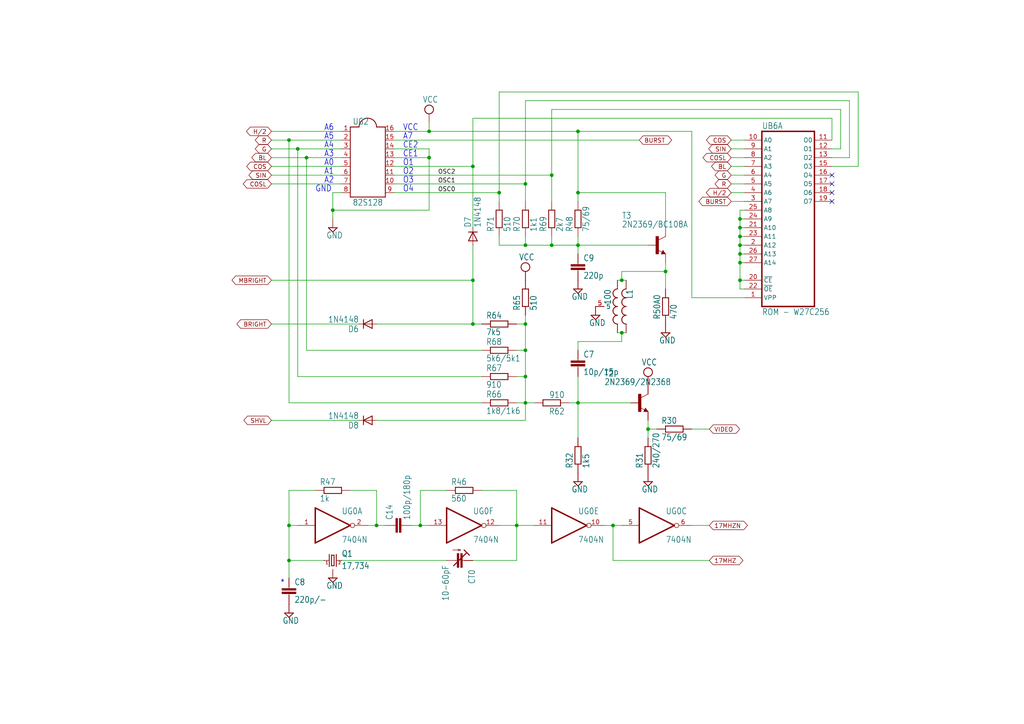
<source format=kicad_sch>
(kicad_sch (version 20230121) (generator eeschema)
  (paper "A4")
  (lib_symbols
    (symbol "HC2000:1N4148DO35-10"
      (property "Reference" "D" (at 2.54 0.4826 0))
      (property "Value" "1N4148DO35-10" (at 2.54 -2.3114 0))
      (symbol "1N4148DO35-10_1_0"
        (polyline (pts (xy -1.27 -1.27) (xy 1.27 0)) (stroke (width 0.254)))
        (polyline (pts (xy -1.27 1.27) (xy -1.27 -1.27)) (stroke (width 0.254)))
        (polyline (pts (xy 1.27 0) (xy -1.27 1.27)) (stroke (width 0.254)))
        (polyline (pts (xy 1.27 0) (xy 1.27 -1.27)) (stroke (width 0.254)))
        (polyline (pts (xy 1.27 1.27) (xy 1.27 0)) (stroke (width 0.254)))
        (pin passive line (at -2.54 0 0) (length 2.54) (name "A") (number "A"))
        (pin passive line (at 2.54 0 180) (length 2.54) (name "C") (number "C"))
      )
    )
    (symbol "HC2000:27256"
      (property "Reference" "IC" (at -0.635 -0.635 0))
      (symbol "27256_1_0"
        (polyline (pts (xy -10.16 -25.4) (xy 5.08 -25.4)) (stroke (width 0.4064)))
        (polyline (pts (xy -10.16 25.4) (xy -10.16 -25.4)) (stroke (width 0.4064)))
        (polyline (pts (xy 5.08 -25.4) (xy 5.08 25.4)) (stroke (width 0.4064)))
        (polyline (pts (xy 5.08 25.4) (xy -10.16 25.4)) (stroke (width 0.4064)))
        (pin input line (at -15.24 -22.86 0) (length 5.08) (name "VPP") (number "1"))
        (pin input line (at -15.24 22.86 0) (length 5.08) (name "A0") (number "10"))
        (pin tri_state line (at 10.16 22.86 180) (length 5.08) (name "O0") (number "11"))
        (pin tri_state line (at 10.16 20.32 180) (length 5.08) (name "O1") (number "12"))
        (pin tri_state line (at 10.16 17.78 180) (length 5.08) (name "O2") (number "13"))
        (pin tri_state line (at 10.16 15.24 180) (length 5.08) (name "O3") (number "15"))
        (pin tri_state line (at 10.16 12.7 180) (length 5.08) (name "O4") (number "16"))
        (pin tri_state line (at 10.16 10.16 180) (length 5.08) (name "O5") (number "17"))
        (pin tri_state line (at 10.16 7.62 180) (length 5.08) (name "O6") (number "18"))
        (pin tri_state line (at 10.16 5.08 180) (length 5.08) (name "O7") (number "19"))
        (pin input line (at -15.24 -7.62 0) (length 5.08) (name "A12") (number "2"))
        (pin input line (at -15.24 -17.78 0) (length 5.08) (name "~{CE}") (number "20"))
        (pin input line (at -15.24 -2.54 0) (length 5.08) (name "A10") (number "21"))
        (pin input line (at -15.24 -20.32 0) (length 5.08) (name "~{OE}") (number "22"))
        (pin input line (at -15.24 -5.08 0) (length 5.08) (name "A11") (number "23"))
        (pin input line (at -15.24 0 0) (length 5.08) (name "A9") (number "24"))
        (pin input line (at -15.24 2.54 0) (length 5.08) (name "A8") (number "25"))
        (pin input line (at -15.24 -10.16 0) (length 5.08) (name "A13") (number "26"))
        (pin input line (at -15.24 -12.7 0) (length 5.08) (name "A14") (number "27"))
        (pin input line (at -15.24 5.08 0) (length 5.08) (name "A7") (number "3"))
        (pin input line (at -15.24 7.62 0) (length 5.08) (name "A6") (number "4"))
        (pin input line (at -15.24 10.16 0) (length 5.08) (name "A5") (number "5"))
        (pin input line (at -15.24 12.7 0) (length 5.08) (name "A4") (number "6"))
        (pin input line (at -15.24 15.24 0) (length 5.08) (name "A3") (number "7"))
        (pin input line (at -15.24 17.78 0) (length 5.08) (name "A2") (number "8"))
        (pin input line (at -15.24 20.32 0) (length 5.08) (name "A1") (number "9"))
      )
      (symbol "27256_2_0"
        (text "GND" (at 1.905 -5.588 900) (effects (font (size 1.27 1.0795)) (justify left bottom)))
        (text "VCC" (at 1.905 2.413 900) (effects (font (size 1.27 1.0795)) (justify left bottom)))
        (pin power_in line (at 0 -7.62 90) (length 5.08) (name "GND") (number "14"))
        (pin power_in line (at 0 7.62 270) (length 5.08) (name "VCC") (number "28"))
      )
    )
    (symbol "HC2000:2N2369"
      (property "Reference" "Q" (at -10.16 7.62 0))
      (property "Value" "2N2369" (at -10.16 5.08 0))
      (symbol "2N2369_1_0"
        (rectangle (start -0.254 -2.54) (end 0.508 2.54) (fill (type outline)))
        (polyline (pts (xy 1.27 -2.54) (xy 1.778 -1.524)) (stroke (width 0.1524)))
        (polyline (pts (xy 1.524 -2.413) (xy 2.286 -2.413)) (stroke (width 0.254)))
        (polyline (pts (xy 1.524 -2.286) (xy 1.905 -2.286)) (stroke (width 0.254)))
        (polyline (pts (xy 1.54 -2.04) (xy 0.308 -1.424)) (stroke (width 0.1524)))
        (polyline (pts (xy 1.778 -1.778) (xy 1.524 -2.286)) (stroke (width 0.254)))
        (polyline (pts (xy 1.778 -1.524) (xy 2.54 -2.54)) (stroke (width 0.1524)))
        (polyline (pts (xy 1.905 -2.286) (xy 1.778 -2.032)) (stroke (width 0.254)))
        (polyline (pts (xy 2.286 -2.413) (xy 1.778 -1.778)) (stroke (width 0.254)))
        (polyline (pts (xy 2.54 -2.54) (xy 1.27 -2.54)) (stroke (width 0.1524)))
        (polyline (pts (xy 2.54 2.54) (xy 0.508 1.524)) (stroke (width 0.1524)))
        (pin passive line (at 2.54 -5.08 90) (length 2.54) (name "E") (number "1"))
        (pin passive line (at -2.54 0 0) (length 2.54) (name "B") (number "2"))
        (pin passive line (at 2.54 5.08 270) (length 2.54) (name "C") (number "3"))
      )
    )
    (symbol "HC2000:7404N"
      (property "Reference" "IC" (at -0.635 -0.635 0))
      (symbol "7404N_1_0"
        (polyline (pts (xy -5.08 -5.08) (xy -5.08 5.08)) (stroke (width 0.4064)))
        (polyline (pts (xy -5.08 5.08) (xy 5.08 0)) (stroke (width 0.4064)))
        (polyline (pts (xy 5.08 0) (xy -5.08 -5.08)) (stroke (width 0.4064)))
        (pin input line (at -10.16 0 0) (length 5.08) (name "I") (number "1"))
        (pin output inverted (at 10.16 0 180) (length 5.08) (name "O") (number "2"))
      )
      (symbol "7404N_2_0"
        (polyline (pts (xy -5.08 -5.08) (xy -5.08 5.08)) (stroke (width 0.4064)))
        (polyline (pts (xy -5.08 5.08) (xy 5.08 0)) (stroke (width 0.4064)))
        (polyline (pts (xy 5.08 0) (xy -5.08 -5.08)) (stroke (width 0.4064)))
        (pin input line (at -10.16 0 0) (length 5.08) (name "I") (number "3"))
        (pin output inverted (at 10.16 0 180) (length 5.08) (name "O") (number "4"))
      )
      (symbol "7404N_3_0"
        (polyline (pts (xy -5.08 -5.08) (xy -5.08 5.08)) (stroke (width 0.4064)))
        (polyline (pts (xy -5.08 5.08) (xy 5.08 0)) (stroke (width 0.4064)))
        (polyline (pts (xy 5.08 0) (xy -5.08 -5.08)) (stroke (width 0.4064)))
        (pin input line (at -10.16 0 0) (length 5.08) (name "I") (number "5"))
        (pin output inverted (at 10.16 0 180) (length 5.08) (name "O") (number "6"))
      )
      (symbol "7404N_4_0"
        (polyline (pts (xy -5.08 -5.08) (xy -5.08 5.08)) (stroke (width 0.4064)))
        (polyline (pts (xy -5.08 5.08) (xy 5.08 0)) (stroke (width 0.4064)))
        (polyline (pts (xy 5.08 0) (xy -5.08 -5.08)) (stroke (width 0.4064)))
        (pin output inverted (at 10.16 0 180) (length 5.08) (name "O") (number "8"))
        (pin input line (at -10.16 0 0) (length 5.08) (name "I") (number "9"))
      )
      (symbol "7404N_5_0"
        (polyline (pts (xy -5.08 -5.08) (xy -5.08 5.08)) (stroke (width 0.4064)))
        (polyline (pts (xy -5.08 5.08) (xy 5.08 0)) (stroke (width 0.4064)))
        (polyline (pts (xy 5.08 0) (xy -5.08 -5.08)) (stroke (width 0.4064)))
        (pin output inverted (at 10.16 0 180) (length 5.08) (name "O") (number "10"))
        (pin input line (at -10.16 0 0) (length 5.08) (name "I") (number "11"))
      )
      (symbol "7404N_6_0"
        (polyline (pts (xy -5.08 -5.08) (xy -5.08 5.08)) (stroke (width 0.4064)))
        (polyline (pts (xy -5.08 5.08) (xy 5.08 0)) (stroke (width 0.4064)))
        (polyline (pts (xy 5.08 0) (xy -5.08 -5.08)) (stroke (width 0.4064)))
        (pin output inverted (at 10.16 0 180) (length 5.08) (name "O") (number "12"))
        (pin input line (at -10.16 0 0) (length 5.08) (name "I") (number "13"))
      )
      (symbol "7404N_7_0"
        (text "GND" (at 1.905 -7.62 900) (effects (font (size 1.27 1.0795)) (justify left bottom)))
        (text "VCC" (at 1.905 5.08 900) (effects (font (size 1.27 1.0795)) (justify left bottom)))
        (pin power_in line (at 0 10.16 270) (length 7.62) (name "VCC") (number "14"))
        (pin power_in line (at 0 -10.16 90) (length 7.62) (name "GND") (number "7"))
      )
    )
    (symbol "HC2000:C-EU025-025X050"
      (property "Reference" "C" (at 1.524 0.381 0))
      (property "Value" "C-EU025-025X050" (at 1.524 -4.699 0))
      (symbol "C-EU025-025X050_1_0"
        (rectangle (start -2.032 -2.032) (end 2.032 -1.524) (fill (type outline)))
        (rectangle (start -2.032 -1.016) (end 2.032 -0.508) (fill (type outline)))
        (polyline (pts (xy 0 -2.54) (xy 0 -2.032)) (stroke (width 0.1524)))
        (polyline (pts (xy 0 0) (xy 0 -0.508)) (stroke (width 0.1524)))
        (pin passive line (at 0 2.54 270) (length 2.54) (name "1") (number "1"))
        (pin passive line (at 0 -5.08 90) (length 2.54) (name "2") (number "2"))
      )
    )
    (symbol "HC2000:C-TRIMM808"
      (property "Reference" "C" (at 1.524 0.381 0))
      (property "Value" "C-TRIMM808" (at 2.286 -5.207 0))
      (symbol "C-TRIMM808_1_0"
        (rectangle (start -2.032 -2.032) (end 2.032 -1.524) (fill (type outline)))
        (rectangle (start -2.032 -1.016) (end 2.032 -0.508) (fill (type outline)))
        (polyline (pts (xy -3.048 -3.302) (xy -3.048 -1.016)) (stroke (width 0.1524)))
        (polyline (pts (xy -3.048 -1.016) (xy -3.302 -1.778)) (stroke (width 0.1524)))
        (polyline (pts (xy -3.048 -1.016) (xy -2.794 -1.778)) (stroke (width 0.1524)))
        (polyline (pts (xy -3.048 0) (xy -2.286 0.762)) (stroke (width 0.3048)))
        (polyline (pts (xy -2.286 0.762) (xy -1.524 1.524)) (stroke (width 0.3048)))
        (polyline (pts (xy 0 -2.54) (xy 0 -2.032)) (stroke (width 0.1524)))
        (polyline (pts (xy 0 0) (xy 0 -0.508)) (stroke (width 0.1524)))
        (polyline (pts (xy 1.524 -3.048) (xy -2.286 0.762)) (stroke (width 0.3048)))
        (pin passive line (at 0 2.54 270) (length 2.54) (name "E") (number "1"))
        (pin passive line (at 0 -5.08 90) (length 2.54) (name "A") (number "2"))
        (pin passive line (at 0 2.54 270) (length 2.54) (name "E") (number "3"))
      )
    )
    (symbol "HC2000:CRYSTALHC18U-H"
      (property "Reference" "Q" (at 2.54 1.016 0))
      (property "Value" "CRYSTALHC18U-H" (at 2.54 -2.54 0))
      (symbol "CRYSTALHC18U-H_1_0"
        (polyline (pts (xy -2.54 0) (xy -1.016 0)) (stroke (width 0.1524)))
        (polyline (pts (xy -1.016 1.778) (xy -1.016 -1.778)) (stroke (width 0.254)))
        (polyline (pts (xy -0.381 -1.524) (xy 0.381 -1.524)) (stroke (width 0.254)))
        (polyline (pts (xy -0.381 1.524) (xy -0.381 -1.524)) (stroke (width 0.254)))
        (polyline (pts (xy 0.381 -1.524) (xy 0.381 1.524)) (stroke (width 0.254)))
        (polyline (pts (xy 0.381 1.524) (xy -0.381 1.524)) (stroke (width 0.254)))
        (polyline (pts (xy 1.016 0) (xy 2.54 0)) (stroke (width 0.1524)))
        (polyline (pts (xy 1.016 1.778) (xy 1.016 -1.778)) (stroke (width 0.254)))
        (text "1" (at -2.159 -1.143 0) (effects (font (size 0.8636 0.734)) (justify left bottom)))
        (text "2" (at 1.524 -1.143 0) (effects (font (size 0.8636 0.734)) (justify left bottom)))
        (pin passive line (at -2.54 0 0) (length 0) (name "1") (number "1"))
        (pin passive line (at 2.54 0 180) (length 0) (name "2") (number "2"))
        (pin passive line (at 0 -2.54 90) (length 2.54) hide (name "GND") (number "GND"))
      )
    )
    (symbol "HC2000:DIL16"
      (property "Reference" "IC" (at -4.445 9.525 0))
      (property "Value" "DIL16" (at -4.445 -13.97 0))
      (symbol "DIL16_1_0"
        (polyline (pts (xy -5.08 -11.43) (xy 5.08 -11.43)) (stroke (width 0.254)))
        (polyline (pts (xy -5.08 8.89) (xy -5.08 -11.43)) (stroke (width 0.254)))
        (polyline (pts (xy -5.08 8.89) (xy -2.54 8.89)) (stroke (width 0.254)))
        (polyline (pts (xy 5.08 -11.43) (xy 5.08 8.89)) (stroke (width 0.254)))
        (polyline (pts (xy 5.08 8.89) (xy 2.54 8.89)) (stroke (width 0.254)))
        (arc (start 2.54 8.89) (mid 0 11.419) (end -2.54 8.89) (stroke (width 0.254)))
        (pin passive line (at -7.62 7.62 0) (length 2.54) (name "1") (number "1"))
        (pin passive line (at 7.62 -7.62 180) (length 2.54) (name "10") (number "10"))
        (pin passive line (at 7.62 -5.08 180) (length 2.54) (name "11") (number "11"))
        (pin passive line (at 7.62 -2.54 180) (length 2.54) (name "12") (number "12"))
        (pin passive line (at 7.62 0 180) (length 2.54) (name "13") (number "13"))
        (pin passive line (at 7.62 2.54 180) (length 2.54) (name "14") (number "14"))
        (pin passive line (at 7.62 5.08 180) (length 2.54) (name "15") (number "15"))
        (pin passive line (at 7.62 7.62 180) (length 2.54) (name "16") (number "16"))
        (pin passive line (at -7.62 5.08 0) (length 2.54) (name "2") (number "2"))
        (pin passive line (at -7.62 2.54 0) (length 2.54) (name "3") (number "3"))
        (pin passive line (at -7.62 0 0) (length 2.54) (name "4") (number "4"))
        (pin passive line (at -7.62 -2.54 0) (length 2.54) (name "5") (number "5"))
        (pin passive line (at -7.62 -5.08 0) (length 2.54) (name "6") (number "6"))
        (pin passive line (at -7.62 -7.62 0) (length 2.54) (name "7") (number "7"))
        (pin passive line (at -7.62 -10.16 0) (length 2.54) (name "8") (number "8"))
        (pin passive line (at 7.62 -10.16 180) (length 2.54) (name "9") (number "9"))
      )
    )
    (symbol "HC2000:GND" (power)
      (property "Value" "GND" (at -1.905 -3.175 0))
      (symbol "GND_1_0"
        (polyline (pts (xy -1.27 0) (xy 1.27 0)) (stroke (width 0.254)))
        (polyline (pts (xy 0 -1.27) (xy -1.27 0)) (stroke (width 0.254)))
        (polyline (pts (xy 1.27 0) (xy 0 -1.27)) (stroke (width 0.254)))
        (pin power_in line (at 0 2.54 270) (length 2.54) (name "GND") (number "1"))
      )
    )
    (symbol "HC2000:L-USPIS2816"
      (property "Reference" "L" (at -1.27 -5.08 90))
      (property "Value" "L-USPIS2816" (at 5.08 -5.08 90))
      (symbol "L-USPIS2816_1_0"
        (arc (start -1.2699 -5.0801) (mid -0.3719 -4.7081) (end 0.0001 -3.8101) (stroke (width 0.254)))
        (arc (start -1.2699 -2.5401) (mid -0.3719 -2.1681) (end 0.0001 -1.2701) (stroke (width 0.254)))
        (arc (start -1.2699 -0.0001) (mid -0.3719 0.3719) (end 0.0001 1.2699) (stroke (width 0.254)))
        (arc (start -1.2699 2.5399) (mid -0.3719 2.9119) (end 0.0001 3.8099) (stroke (width 0.254)))
        (arc (start 0.0001 -3.8099) (mid -0.3719 -2.9119) (end -1.2699 -2.5399) (stroke (width 0.254)))
        (arc (start 0.0001 -1.2699) (mid -0.3719 -0.3719) (end -1.2699 0.0001) (stroke (width 0.254)))
        (arc (start 0.0001 1.2701) (mid -0.3719 2.1681) (end -1.2699 2.5401) (stroke (width 0.254)))
        (arc (start 0.0001 3.8101) (mid -0.3719 4.7081) (end -1.2699 5.0801) (stroke (width 0.254)))
        (arc (start 1.27 -5.08) (mid 2.168 -4.708) (end 2.54 -3.81) (stroke (width 0.254)))
        (arc (start 1.27 -2.54) (mid 2.168 -2.168) (end 2.54 -1.27) (stroke (width 0.254)))
        (arc (start 1.2701 -0.0001) (mid 2.1681 0.3719) (end 2.5401 1.2699) (stroke (width 0.254)))
        (arc (start 1.27 2.54) (mid 2.168 2.912) (end 2.54 3.81) (stroke (width 0.254)))
        (arc (start 2.54 -3.81) (mid 2.168 -2.912) (end 1.27 -2.54) (stroke (width 0.254)))
        (arc (start 2.54 -1.27) (mid 2.168 -0.372) (end 1.27 0) (stroke (width 0.254)))
        (arc (start 2.54 1.27) (mid 2.168 2.168) (end 1.27 2.54) (stroke (width 0.254)))
        (arc (start 2.54 3.81) (mid 2.168 4.708) (end 1.27 5.08) (stroke (width 0.254)))
        (pin passive line (at 1.27 7.62 270) (length 2.54) (name "1") (number "1"))
        (pin passive line (at 1.27 -7.62 90) (length 2.54) (name "2") (number "2"))
        (pin passive line (at -1.27 -7.62 90) (length 2.54) (name "3") (number "3"))
        (pin passive line (at -1.27 7.62 270) (length 2.54) (name "4") (number "4"))
        (pin passive line (at 7.62 0 180) (length 2.54) (name "5") (number "5"))
      )
    )
    (symbol "HC2000:R-EU_0204{slash}7"
      (property "Reference" "R" (at -3.81 1.4986 0))
      (property "Value" "R-EU_0204{slash}7" (at -3.81 -3.302 0))
      (symbol "R-EU_0204{slash}7_1_0"
        (polyline (pts (xy -2.54 -0.889) (xy -2.54 0.889)) (stroke (width 0.254)))
        (polyline (pts (xy -2.54 -0.889) (xy 2.54 -0.889)) (stroke (width 0.254)))
        (polyline (pts (xy 2.54 -0.889) (xy 2.54 0.889)) (stroke (width 0.254)))
        (polyline (pts (xy 2.54 0.889) (xy -2.54 0.889)) (stroke (width 0.254)))
        (pin passive line (at -5.08 0 0) (length 2.54) (name "1") (number "1"))
        (pin passive line (at 5.08 0 180) (length 2.54) (name "2") (number "2"))
      )
    )
    (symbol "HC2000:VCC" (power)
      (property "Value" "VCC" (at -1.905 3.175 0))
      (symbol "VCC_1_0"
        (circle (center 0 1.27) (radius 1.27) (stroke (width 0.254)))
        (pin power_in line (at 0 -2.54 90) (length 2.54) (name "VCC") (number "1"))
      )
    )
  )
  (junction (at 214.63 66.04))
  (junction (at 152.4 101.6))
  (junction (at 193.04 78.74))
  (junction (at 152.4 116.84))
  (junction (at 187.96 124.46))
  (junction (at 144.78 55.88))
  (junction (at 167.64 71.12))
  (junction (at 137.16 48.26))
  (junction (at 149.86 152.4))
  (junction (at 214.63 68.58))
  (junction (at 83.82 152.4))
  (junction (at 167.64 38.1))
  (junction (at 177.8 152.4))
  (junction (at 214.63 76.2))
  (junction (at 214.63 81.28))
  (junction (at 88.9 45.72))
  (junction (at 86.36 43.18))
  (junction (at 137.16 93.98))
  (junction (at 152.4 71.12))
  (junction (at 83.82 40.64))
  (junction (at 214.63 63.5))
  (junction (at 160.02 71.12))
  (junction (at 167.64 55.88))
  (junction (at 180.34 96.52))
  (junction (at 152.4 53.34))
  (junction (at 167.64 116.84))
  (junction (at 214.63 73.66))
  (junction (at 160.02 50.8))
  (junction (at 152.4 109.22))
  (junction (at 137.16 81.28))
  (junction (at 83.82 162.56))
  (junction (at 109.22 152.4))
  (junction (at 152.4 93.98))
  (junction (at 124.46 38.1))
  (junction (at 180.34 81.28))
  (junction (at 121.92 152.4))
  (junction (at 214.63 71.12))
  (junction (at 124.46 45.72))
  (junction (at 96.52 60.96))
  (no_connect (at 241.3 50.8))
  (no_connect (at 241.3 58.42))
  (no_connect (at 241.3 55.88))
  (no_connect (at 241.3 53.34))
  (wire (pts (xy 243.84 31.75) (xy 160.02 31.75)))
  (wire (pts (xy 215.9 63.5) (xy 214.63 63.5)))
  (wire (pts (xy 114.3 50.8) (xy 160.02 50.8)))
  (wire (pts (xy 179.07 96.52) (xy 180.34 96.52)))
  (wire (pts (xy 200.66 86.36) (xy 200.66 38.1)))
  (wire (pts (xy 212.09 43.18) (xy 215.9 43.18)))
  (wire (pts (xy 139.7 93.98) (xy 137.16 93.98)))
  (wire (pts (xy 187.96 71.12) (xy 167.64 71.12)))
  (wire (pts (xy 154.94 116.84) (xy 152.4 116.84)))
  (wire (pts (xy 139.7 109.22) (xy 86.36 109.22)))
  (wire (pts (xy 78.74 121.92) (xy 104.14 121.92)))
  (wire (pts (xy 215.9 68.58) (xy 214.63 68.58)))
  (wire (pts (xy 78.74 48.26) (xy 99.06 48.26)))
  (wire (pts (xy 185.42 40.64) (xy 114.3 40.64)))
  (wire (pts (xy 149.86 142.24) (xy 149.86 152.4)))
  (wire (pts (xy 214.63 83.82) (xy 214.63 81.28)))
  (wire (pts (xy 167.64 116.84) (xy 182.88 116.84)))
  (wire (pts (xy 86.36 43.18) (xy 99.06 43.18)))
  (wire (pts (xy 149.86 101.6) (xy 152.4 101.6)))
  (wire (pts (xy 109.22 152.4) (xy 106.68 152.4)))
  (wire (pts (xy 215.9 83.82) (xy 214.63 83.82)))
  (wire (pts (xy 137.16 162.56) (xy 149.86 162.56)))
  (wire (pts (xy 180.34 81.28) (xy 181.61 81.28)))
  (wire (pts (xy 214.63 68.58) (xy 214.63 71.12)))
  (wire (pts (xy 180.34 96.52) (xy 181.61 96.52)))
  (wire (pts (xy 149.86 162.56) (xy 149.86 152.4)))
  (wire (pts (xy 165.1 116.84) (xy 167.64 116.84)))
  (wire (pts (xy 137.16 93.98) (xy 109.22 93.98)))
  (wire (pts (xy 119.38 152.4) (xy 121.92 152.4)))
  (wire (pts (xy 212.09 48.26) (xy 215.9 48.26)))
  (wire (pts (xy 93.98 162.56) (xy 83.82 162.56)))
  (wire (pts (xy 215.9 86.36) (xy 200.66 86.36)))
  (wire (pts (xy 83.82 142.24) (xy 91.44 142.24)))
  (wire (pts (xy 152.4 109.22) (xy 152.4 116.84)))
  (wire (pts (xy 214.63 60.96) (xy 214.63 63.5)))
  (wire (pts (xy 149.86 152.4) (xy 144.78 152.4)))
  (wire (pts (xy 193.04 83.82) (xy 193.04 78.74)))
  (wire (pts (xy 190.5 124.46) (xy 187.96 124.46)))
  (wire (pts (xy 139.7 101.6) (xy 88.9 101.6)))
  (wire (pts (xy 160.02 31.75) (xy 160.02 50.8)))
  (wire (pts (xy 109.22 121.92) (xy 152.4 121.92)))
  (wire (pts (xy 215.9 76.2) (xy 214.63 76.2)))
  (wire (pts (xy 78.74 45.72) (xy 88.9 45.72)))
  (wire (pts (xy 215.9 60.96) (xy 214.63 60.96)))
  (wire (pts (xy 149.86 93.98) (xy 152.4 93.98)))
  (wire (pts (xy 88.9 45.72) (xy 99.06 45.72)))
  (wire (pts (xy 137.16 34.29) (xy 137.16 48.26)))
  (wire (pts (xy 137.16 81.28) (xy 137.16 93.98)))
  (wire (pts (xy 78.74 40.64) (xy 83.82 40.64)))
  (wire (pts (xy 215.9 81.28) (xy 214.63 81.28)))
  (wire (pts (xy 96.52 63.5) (xy 96.52 60.96)))
  (wire (pts (xy 167.64 73.66) (xy 167.64 71.12)))
  (wire (pts (xy 248.92 48.26) (xy 248.92 26.67)))
  (wire (pts (xy 88.9 101.6) (xy 88.9 45.72)))
  (wire (pts (xy 83.82 40.64) (xy 99.06 40.64)))
  (wire (pts (xy 114.3 43.18) (xy 124.46 43.18)))
  (wire (pts (xy 137.16 48.26) (xy 137.16 66.04)))
  (wire (pts (xy 167.64 109.22) (xy 167.64 116.84)))
  (wire (pts (xy 124.46 45.72) (xy 124.46 60.96)))
  (wire (pts (xy 167.64 55.88) (xy 167.64 58.42)))
  (wire (pts (xy 241.3 48.26) (xy 248.92 48.26)))
  (wire (pts (xy 214.63 71.12) (xy 214.63 73.66)))
  (wire (pts (xy 78.74 43.18) (xy 86.36 43.18)))
  (wire (pts (xy 124.46 60.96) (xy 96.52 60.96)))
  (wire (pts (xy 187.96 127) (xy 187.96 124.46)))
  (wire (pts (xy 241.3 45.72) (xy 246.38 45.72)))
  (wire (pts (xy 205.74 124.46) (xy 200.66 124.46)))
  (wire (pts (xy 243.84 43.18) (xy 243.84 31.75)))
  (wire (pts (xy 83.82 152.4) (xy 83.82 142.24)))
  (wire (pts (xy 124.46 38.1) (xy 124.46 35.56)))
  (wire (pts (xy 215.9 66.04) (xy 214.63 66.04)))
  (wire (pts (xy 193.04 78.74) (xy 180.34 78.74)))
  (wire (pts (xy 83.82 116.84) (xy 83.82 40.64)))
  (wire (pts (xy 83.82 167.64) (xy 83.82 162.56)))
  (wire (pts (xy 193.04 76.2) (xy 193.04 78.74)))
  (wire (pts (xy 212.09 40.64) (xy 215.9 40.64)))
  (wire (pts (xy 214.63 76.2) (xy 214.63 73.66)))
  (wire (pts (xy 152.4 93.98) (xy 152.4 101.6)))
  (wire (pts (xy 205.74 152.4) (xy 200.66 152.4)))
  (wire (pts (xy 212.09 55.88) (xy 215.9 55.88)))
  (wire (pts (xy 167.64 127) (xy 167.64 116.84)))
  (wire (pts (xy 152.4 116.84) (xy 149.86 116.84)))
  (wire (pts (xy 144.78 55.88) (xy 114.3 55.88)))
  (wire (pts (xy 78.74 53.34) (xy 99.06 53.34)))
  (wire (pts (xy 114.3 45.72) (xy 124.46 45.72)))
  (wire (pts (xy 78.74 81.28) (xy 137.16 81.28)))
  (wire (pts (xy 241.3 43.18) (xy 243.84 43.18)))
  (wire (pts (xy 86.36 152.4) (xy 83.82 152.4)))
  (wire (pts (xy 160.02 68.58) (xy 160.02 71.12)))
  (wire (pts (xy 96.52 55.88) (xy 99.06 55.88)))
  (wire (pts (xy 152.4 71.12) (xy 152.4 68.58)))
  (wire (pts (xy 149.86 109.22) (xy 152.4 109.22)))
  (wire (pts (xy 99.06 162.56) (xy 129.54 162.56)))
  (wire (pts (xy 78.74 50.8) (xy 99.06 50.8)))
  (wire (pts (xy 214.63 73.66) (xy 215.9 73.66)))
  (wire (pts (xy 152.4 58.42) (xy 152.4 53.34)))
  (wire (pts (xy 205.74 162.56) (xy 177.8 162.56)))
  (wire (pts (xy 124.46 38.1) (xy 167.64 38.1)))
  (wire (pts (xy 114.3 48.26) (xy 137.16 48.26)))
  (wire (pts (xy 177.8 152.4) (xy 175.26 152.4)))
  (wire (pts (xy 139.7 142.24) (xy 149.86 142.24)))
  (wire (pts (xy 152.4 121.92) (xy 152.4 116.84)))
  (wire (pts (xy 124.46 152.4) (xy 121.92 152.4)))
  (wire (pts (xy 212.09 58.42) (xy 215.9 58.42)))
  (wire (pts (xy 101.6 142.24) (xy 109.22 142.24)))
  (wire (pts (xy 160.02 71.12) (xy 152.4 71.12)))
  (wire (pts (xy 180.34 99.06) (xy 180.34 96.52)))
  (wire (pts (xy 96.52 60.96) (xy 96.52 55.88)))
  (wire (pts (xy 241.3 34.29) (xy 137.16 34.29)))
  (wire (pts (xy 167.64 71.12) (xy 160.02 71.12)))
  (wire (pts (xy 200.66 38.1) (xy 167.64 38.1)))
  (wire (pts (xy 154.94 152.4) (xy 149.86 152.4)))
  (wire (pts (xy 137.16 71.12) (xy 137.16 81.28)))
  (wire (pts (xy 241.3 40.64) (xy 241.3 34.29)))
  (wire (pts (xy 167.64 38.1) (xy 167.64 55.88)))
  (wire (pts (xy 180.34 78.74) (xy 180.34 81.28)))
  (wire (pts (xy 167.64 68.58) (xy 167.64 71.12)))
  (wire (pts (xy 152.4 101.6) (xy 152.4 109.22)))
  (wire (pts (xy 78.74 38.1) (xy 99.06 38.1)))
  (wire (pts (xy 121.92 152.4) (xy 121.92 142.24)))
  (wire (pts (xy 139.7 116.84) (xy 83.82 116.84)))
  (wire (pts (xy 212.09 50.8) (xy 215.9 50.8)))
  (wire (pts (xy 180.34 152.4) (xy 177.8 152.4)))
  (wire (pts (xy 111.76 152.4) (xy 109.22 152.4)))
  (wire (pts (xy 248.92 26.67) (xy 144.78 26.67)))
  (wire (pts (xy 144.78 68.58) (xy 144.78 71.12)))
  (wire (pts (xy 167.64 101.6) (xy 167.64 99.06)))
  (wire (pts (xy 114.3 38.1) (xy 124.46 38.1)))
  (wire (pts (xy 167.64 99.06) (xy 180.34 99.06)))
  (wire (pts (xy 193.04 55.88) (xy 167.64 55.88)))
  (wire (pts (xy 104.14 93.98) (xy 78.74 93.98)))
  (wire (pts (xy 214.63 81.28) (xy 214.63 76.2)))
  (wire (pts (xy 86.36 109.22) (xy 86.36 43.18)))
  (wire (pts (xy 152.4 29.21) (xy 152.4 53.34)))
  (wire (pts (xy 212.09 53.34) (xy 215.9 53.34)))
  (wire (pts (xy 215.9 71.12) (xy 214.63 71.12)))
  (wire (pts (xy 193.04 66.04) (xy 193.04 55.88)))
  (wire (pts (xy 179.07 81.28) (xy 180.34 81.28)))
  (wire (pts (xy 214.63 66.04) (xy 214.63 68.58)))
  (wire (pts (xy 109.22 142.24) (xy 109.22 152.4)))
  (wire (pts (xy 160.02 50.8) (xy 160.02 58.42)))
  (wire (pts (xy 187.96 124.46) (xy 187.96 121.92)))
  (wire (pts (xy 152.4 53.34) (xy 114.3 53.34)))
  (wire (pts (xy 144.78 55.88) (xy 144.78 58.42)))
  (wire (pts (xy 212.09 45.72) (xy 215.9 45.72)))
  (wire (pts (xy 144.78 71.12) (xy 152.4 71.12)))
  (wire (pts (xy 144.78 26.67) (xy 144.78 55.88)))
  (wire (pts (xy 246.38 45.72) (xy 246.38 29.21)))
  (wire (pts (xy 152.4 91.44) (xy 152.4 93.98)))
  (wire (pts (xy 246.38 29.21) (xy 152.4 29.21)))
  (wire (pts (xy 121.92 142.24) (xy 129.54 142.24)))
  (wire (pts (xy 177.8 162.56) (xy 177.8 152.4)))
  (wire (pts (xy 214.63 63.5) (xy 214.63 66.04)))
  (wire (pts (xy 124.46 43.18) (xy 124.46 45.72)))
  (wire (pts (xy 83.82 162.56) (xy 83.82 152.4)))
  (text "A1" (at 93.98 50.8 0) (effects (font (size 1.778 1.5113)) (justify left bottom)))
  (text "A2" (at 93.98 53.34 0) (effects (font (size 1.778 1.5113)) (justify left bottom)))
  (text "A5" (at 93.98 40.64 0) (effects (font (size 1.778 1.5113)) (justify left bottom)))
  (text "A0" (at 93.98 48.26 0) (effects (font (size 1.778 1.5113)) (justify left bottom)))
  (text "O2" (at 116.84 50.8 0) (effects (font (size 1.778 1.5113)) (justify left bottom)))
  (text "VCC" (at 116.84 38.1 0) (effects (font (size 1.778 1.5113)) (justify left bottom)))
  (text "CE2" (at 116.84 43.18 0) (effects (font (size 1.778 1.5113)) (justify left bottom)))
  (text "A7" (at 116.84 40.64 0) (effects (font (size 1.778 1.5113)) (justify left bottom)))
  (text "A4" (at 93.98 43.18 0) (effects (font (size 1.778 1.5113)) (justify left bottom)))
  (text "A3" (at 93.98 45.72 0) (effects (font (size 1.778 1.5113)) (justify left bottom)))
  (text "*" (at 81.28 170.18 0) (effects (font (size 1.778 1.5113)) (justify left bottom)))
  (text "O3" (at 116.84 53.34 0) (effects (font (size 1.778 1.5113)) (justify left bottom)))
  (text "O1" (at 116.84 48.26 0) (effects (font (size 1.778 1.5113)) (justify left bottom)))
  (text "GND" (at 91.44 55.88 0) (effects (font (size 1.778 1.5113)) (justify left bottom)))
  (text "O4" (at 116.84 55.88 0) (effects (font (size 1.778 1.5113)) (justify left bottom)))
  (text "CE1" (at 116.84 45.72 0) (effects (font (size 1.778 1.5113)) (justify left bottom)))
  (text "A6" (at 93.98 38.1 0) (effects (font (size 1.778 1.5113)) (justify left bottom)))
  (label "OSC2" (at 127 50.8 0) (effects (font (size 1.2446 1.2446))))
  (label "OSC0" (at 127 55.88 0) (effects (font (size 1.2446 1.2446))))
  (label "OSC1" (at 127 53.34 0) (effects (font (size 1.2446 1.2446))))
  (global_label "COS" (shape bidirectional) (at 78.74 48.26 180) (effects (font (size 1.2446 1.2446))) (property "Intersheetrefs" "${INTERSHEET_REFS}" (effects hide)))
  (global_label "COS" (shape bidirectional) (at 212.09 40.64 180) (effects (font (size 1.2446 1.2446))) (property "Intersheetrefs" "${INTERSHEET_REFS}" (effects hide)))
  (global_label "SIN" (shape bidirectional) (at 212.09 43.18 180) (effects (font (size 1.2446 1.2446))) (property "Intersheetrefs" "${INTERSHEET_REFS}" (effects hide)))
  (global_label "BL" (shape bidirectional) (at 78.74 45.72 180) (effects (font (size 1.2446 1.2446))) (property "Intersheetrefs" "${INTERSHEET_REFS}" (effects hide)))
  (global_label "BL" (shape bidirectional) (at 212.09 48.26 180) (effects (font (size 1.2446 1.2446))) (property "Intersheetrefs" "${INTERSHEET_REFS}" (effects hide)))
  (global_label "SIN" (shape bidirectional) (at 78.74 50.8 180) (effects (font (size 1.2446 1.2446))) (property "Intersheetrefs" "${INTERSHEET_REFS}" (effects hide)))
  (global_label "SHVL" (shape bidirectional) (at 78.74 121.92 180) (effects (font (size 1.2446 1.2446))) (property "Intersheetrefs" "${INTERSHEET_REFS}" (effects hide)))
  (global_label "H/2" (shape bidirectional) (at 78.74 38.1 180) (effects (font (size 1.2446 1.2446))) (property "Intersheetrefs" "${INTERSHEET_REFS}" (effects hide)))
  (global_label "R" (shape bidirectional) (at 212.09 53.34 180) (effects (font (size 1.2446 1.2446))) (property "Intersheetrefs" "${INTERSHEET_REFS}" (effects hide)))
  (global_label "MBRIGHT" (shape bidirectional) (at 78.74 81.28 180) (effects (font (size 1.2446 1.2446))) (property "Intersheetrefs" "${INTERSHEET_REFS}" (effects hide)))
  (global_label "G" (shape bidirectional) (at 212.09 50.8 180) (effects (font (size 1.2446 1.2446))) (property "Intersheetrefs" "${INTERSHEET_REFS}" (effects hide)))
  (global_label "17MHZN" (shape bidirectional) (at 205.74 152.4 0) (effects (font (size 1.2446 1.2446))) (property "Intersheetrefs" "${INTERSHEET_REFS}" (effects hide)))
  (global_label "17MHZ" (shape bidirectional) (at 205.74 162.56 0) (effects (font (size 1.2446 1.2446))) (property "Intersheetrefs" "${INTERSHEET_REFS}" (effects hide)))
  (global_label "G" (shape bidirectional) (at 78.74 43.18 180) (effects (font (size 1.2446 1.2446))) (property "Intersheetrefs" "${INTERSHEET_REFS}" (effects hide)))
  (global_label "BRIGHT" (shape bidirectional) (at 78.74 93.98 180) (effects (font (size 1.2446 1.2446))) (property "Intersheetrefs" "${INTERSHEET_REFS}" (effects hide)))
  (global_label "BURST" (shape bidirectional) (at 212.09 58.42 180) (effects (font (size 1.2446 1.2446))) (property "Intersheetrefs" "${INTERSHEET_REFS}" (effects hide)))
  (global_label "R" (shape bidirectional) (at 78.74 40.64 180) (effects (font (size 1.2446 1.2446))) (property "Intersheetrefs" "${INTERSHEET_REFS}" (effects hide)))
  (global_label "COSL" (shape bidirectional) (at 212.09 45.72 180) (effects (font (size 1.2446 1.2446))) (property "Intersheetrefs" "${INTERSHEET_REFS}" (effects hide)))
  (global_label "H/2" (shape bidirectional) (at 212.09 55.88 180) (effects (font (size 1.2446 1.2446))) (property "Intersheetrefs" "${INTERSHEET_REFS}" (effects hide)))
  (global_label "VIDEO" (shape bidirectional) (at 205.74 124.46 0) (effects (font (size 1.2446 1.2446))) (property "Intersheetrefs" "${INTERSHEET_REFS}" (effects hide)))
  (global_label "COSL" (shape bidirectional) (at 78.74 53.34 180) (effects (font (size 1.2446 1.2446))) (property "Intersheetrefs" "${INTERSHEET_REFS}" (effects hide)))
  (global_label "BURST" (shape bidirectional) (at 185.42 40.64 0) (effects (font (size 1.2446 1.2446))) (property "Intersheetrefs" "${INTERSHEET_REFS}" (effects hide)))
  (symbol (lib_id "HC2000:R-EU_0204{slash}7") (at 187.96 132.08 90) (unit 1)
    (property "Reference" "R31" (at 186.4614 135.89 0) (effects (font (size 1.778 1.5113)) (justify left bottom)))
    (property "Value" "240/270" (at 191.262 135.89 0) (effects (font (size 1.778 1.5113)) (justify left bottom)))
    (property "Footprint" "HC2000:0204_7" (effects hide))
  )
  (symbol (lib_id "HC2000:C-EU025-025X050") (at 114.3 152.4 90) (unit 1)
    (property "Reference" "C14" (at 113.919 150.876 0) (effects (font (size 1.778 1.5113)) (justify left bottom)))
    (property "Value" "100p/180p" (at 118.999 150.876 0) (effects (font (size 1.778 1.5113)) (justify left bottom)))
    (property "Footprint" "HC2000:C025-030X050" (effects hide))
  )
  (symbol (lib_id "HC2000:R-EU_0204{slash}7") (at 152.4 63.5 90) (unit 1)
    (property "Reference" "R70" (at 150.9014 67.31 0) (effects (font (size 1.778 1.5113)) (justify left bottom)))
    (property "Value" "1k1" (at 155.702 67.31 0) (effects (font (size 1.778 1.5113)) (justify left bottom)))
    (property "Footprint" "HC2000:0204_7" (effects hide))
  )
  (symbol (lib_id "HC2000:GND") (at 96.52 66.04 0) (unit 1)
    (property "Reference" "#SUPPLY039" (effects hide))
    (property "Value" "GND" (at 94.615 69.215 0) (effects (font (size 1.778 1.5113)) (justify left bottom)))
    (property "Footprint" "HC2000:" (effects hide))
  )
  (symbol (lib_id "HC2000:R-EU_0204{slash}7") (at 144.78 63.5 90) (unit 1)
    (property "Reference" "R71" (at 143.2814 67.31 0) (effects (font (size 1.778 1.5113)) (justify left bottom)))
    (property "Value" "510" (at 148.082 67.31 0) (effects (font (size 1.778 1.5113)) (justify left bottom)))
    (property "Footprint" "HC2000:0204_7" (effects hide))
  )
  (symbol (lib_id "HC2000:2N2369") (at 185.42 116.84 0) (unit 1)
    (property "Reference" "T2" (at 175.26 109.22 0) (effects (font (size 1.778 1.5113)) (justify left bottom)))
    (property "Value" "2N2369/2N2368" (at 175.26 111.76 0) (effects (font (size 1.778 1.5113)) (justify left bottom)))
    (property "Footprint" "HC2000:TO18" (effects hide))
  )
  (symbol (lib_id "HC2000:R-EU_0204{slash}7") (at 144.78 93.98 0) (unit 1)
    (property "Reference" "R64" (at 140.97 92.4814 0) (effects (font (size 1.778 1.5113)) (justify left bottom)))
    (property "Value" "7k5" (at 140.97 97.282 0) (effects (font (size 1.778 1.5113)) (justify left bottom)))
    (property "Footprint" "HC2000:0204_7" (effects hide))
  )
  (symbol (lib_id "HC2000:7404N") (at 190.5 152.4 0) (unit 3)
    (property "Reference" "UG0" (at 193.04 149.225 0) (effects (font (size 1.778 1.5113)) (justify left bottom)))
    (property "Value" "7404N" (at 193.04 157.48 0) (effects (font (size 1.778 1.5113)) (justify left bottom)))
    (property "Footprint" "HC2000:DIL14" (effects hide))
  )
  (symbol (lib_id "HC2000:1N4148DO35-10") (at 106.68 93.98 180) (unit 1)
    (property "Reference" "D6" (at 104.14 94.4626 0) (effects (font (size 1.778 1.5113)) (justify left bottom)))
    (property "Value" "1N4148" (at 104.14 91.6686 0) (effects (font (size 1.778 1.5113)) (justify left bottom)))
    (property "Footprint" "HC2000:DO35-10" (effects hide))
  )
  (symbol (lib_id "HC2000:R-EU_0204{slash}7") (at 167.64 63.5 90) (unit 1)
    (property "Reference" "R48" (at 166.1414 67.31 0) (effects (font (size 1.778 1.5113)) (justify left bottom)))
    (property "Value" "75/69" (at 170.942 67.31 0) (effects (font (size 1.778 1.5113)) (justify left bottom)))
    (property "Footprint" "HC2000:0204_7" (effects hide))
  )
  (symbol (lib_id "HC2000:R-EU_0204{slash}7") (at 195.58 124.46 0) (unit 1)
    (property "Reference" "R30" (at 191.77 122.9614 0) (effects (font (size 1.778 1.5113)) (justify left bottom)))
    (property "Value" "75/69" (at 191.77 127.762 0) (effects (font (size 1.778 1.5113)) (justify left bottom)))
    (property "Footprint" "HC2000:0204_7" (effects hide))
  )
  (symbol (lib_id "HC2000:7404N") (at 165.1 152.4 0) (unit 5)
    (property "Reference" "UG0" (at 167.64 149.225 0) (effects (font (size 1.778 1.5113)) (justify left bottom)))
    (property "Value" "7404N" (at 167.64 157.48 0) (effects (font (size 1.778 1.5113)) (justify left bottom)))
    (property "Footprint" "HC2000:DIL14" (effects hide))
  )
  (symbol (lib_id "HC2000:R-EU_0204{slash}7") (at 134.62 142.24 0) (unit 1)
    (property "Reference" "R46" (at 130.81 140.7414 0) (effects (font (size 1.778 1.5113)) (justify left bottom)))
    (property "Value" "560" (at 130.81 145.542 0) (effects (font (size 1.778 1.5113)) (justify left bottom)))
    (property "Footprint" "HC2000:0204_7" (effects hide))
  )
  (symbol (lib_id "HC2000:R-EU_0204{slash}7") (at 152.4 86.36 90) (unit 1)
    (property "Reference" "R65" (at 150.9014 90.17 0) (effects (font (size 1.778 1.5113)) (justify left bottom)))
    (property "Value" "510" (at 155.702 90.17 0) (effects (font (size 1.778 1.5113)) (justify left bottom)))
    (property "Footprint" "HC2000:0204_7" (effects hide))
  )
  (symbol (lib_id "HC2000:GND") (at 83.82 177.8 0) (unit 1)
    (property "Reference" "#SUPPLY047" (effects hide))
    (property "Value" "GND" (at 81.915 180.975 0) (effects (font (size 1.778 1.5113)) (justify left bottom)))
    (property "Footprint" "HC2000:" (effects hide))
  )
  (symbol (lib_id "HC2000:R-EU_0204{slash}7") (at 160.02 63.5 90) (unit 1)
    (property "Reference" "R69" (at 158.5214 67.31 0) (effects (font (size 1.778 1.5113)) (justify left bottom)))
    (property "Value" "2k7" (at 163.322 67.31 0) (effects (font (size 1.778 1.5113)) (justify left bottom)))
    (property "Footprint" "HC2000:0204_7" (effects hide))
  )
  (symbol (lib_id "HC2000:VCC") (at 152.4 78.74 0) (unit 1)
    (property "Reference" "#SUPPLY046" (effects hide))
    (property "Value" "VCC" (at 150.495 75.565 0) (effects (font (size 1.778 1.5113)) (justify left bottom)))
    (property "Footprint" "HC2000:" (effects hide))
  )
  (symbol (lib_id "HC2000:2N2369") (at 190.5 71.12 0) (unit 1)
    (property "Reference" "T3" (at 180.34 63.5 0) (effects (font (size 1.778 1.5113)) (justify left bottom)))
    (property "Value" "2N2369/BC108A" (at 180.34 66.04 0) (effects (font (size 1.778 1.5113)) (justify left bottom)))
    (property "Footprint" "HC2000:TO18" (effects hide))
  )
  (symbol (lib_id "HC2000:VCC") (at 124.46 33.02 0) (unit 1)
    (property "Reference" "#SUPPLY040" (effects hide))
    (property "Value" "VCC" (at 122.555 29.845 0) (effects (font (size 1.778 1.5113)) (justify left bottom)))
    (property "Footprint" "HC2000:" (effects hide))
  )
  (symbol (lib_id "HC2000:GND") (at 167.64 83.82 0) (unit 1)
    (property "Reference" "#SUPPLY042" (effects hide))
    (property "Value" "GND" (at 165.735 86.995 0) (effects (font (size 1.778 1.5113)) (justify left bottom)))
    (property "Footprint" "HC2000:" (effects hide))
  )
  (symbol (lib_id "HC2000:R-EU_0204{slash}7") (at 96.52 142.24 0) (unit 1)
    (property "Reference" "R47" (at 92.71 140.7414 0) (effects (font (size 1.778 1.5113)) (justify left bottom)))
    (property "Value" "1k" (at 92.71 145.542 0) (effects (font (size 1.778 1.5113)) (justify left bottom)))
    (property "Footprint" "HC2000:0204_7" (effects hide))
  )
  (symbol (lib_id "HC2000:GND") (at 172.72 91.44 0) (unit 1)
    (property "Reference" "#SUPPLY0125" (effects hide))
    (property "Value" "GND" (at 170.815 94.615 0) (effects (font (size 1.778 1.5113)) (justify left bottom)))
    (property "Footprint" "HC2000:" (effects hide))
  )
  (symbol (lib_id "HC2000:DIL16") (at 106.68 45.72 0) (unit 1)
    (property "Reference" "UG2" (at 102.235 36.195 0) (effects (font (size 1.778 1.5113)) (justify left bottom)))
    (property "Value" "82S128" (at 102.235 59.69 0) (effects (font (size 1.778 1.5113)) (justify left bottom)))
    (property "Footprint" "HC2000:DIL16" (effects hide))
  )
  (symbol (lib_id "HC2000:C-EU025-025X050") (at 167.64 76.2 0) (unit 1)
    (property "Reference" "C9" (at 169.164 75.819 0) (effects (font (size 1.778 1.5113)) (justify left bottom)))
    (property "Value" "220p" (at 169.164 80.899 0) (effects (font (size 1.778 1.5113)) (justify left bottom)))
    (property "Footprint" "HC2000:C025-030X050" (effects hide))
  )
  (symbol (lib_id "HC2000:R-EU_0204{slash}7") (at 193.04 88.9 90) (unit 1)
    (property "Reference" "R50A0" (at 191.5414 92.71 0) (effects (font (size 1.778 1.5113)) (justify left bottom)))
    (property "Value" "470" (at 196.342 92.71 0) (effects (font (size 1.778 1.5113)) (justify left bottom)))
    (property "Footprint" "HC2000:0204_7" (effects hide))
  )
  (symbol (lib_id "HC2000:GND") (at 167.64 139.7 0) (unit 1)
    (property "Reference" "#SUPPLY045" (effects hide))
    (property "Value" "GND" (at 165.735 142.875 0) (effects (font (size 1.778 1.5113)) (justify left bottom)))
    (property "Footprint" "HC2000:" (effects hide))
  )
  (symbol (lib_id "HC2000:27256") (at 231.14 63.5 0) (unit 1)
    (property "Reference" "UB6" (at 220.98 37.465 0) (effects (font (size 1.778 1.5113)) (justify left bottom)))
    (property "Value" "ROM - W27C256" (at 220.98 91.44 0) (effects (font (size 1.778 1.5113)) (justify left bottom)))
    (property "Footprint" "HC2000:DIL28" (effects hide))
    (instances (project "HC2000" (path "" (reference "UB6") (unit 1)) (path "" (reference "UGX1") (unit 1))))
  )
  (symbol (lib_id "HC2000:R-EU_0204{slash}7") (at 144.78 101.6 0) (unit 1)
    (property "Reference" "R68" (at 140.97 100.1014 0) (effects (font (size 1.778 1.5113)) (justify left bottom)))
    (property "Value" "5k6/5k1" (at 140.97 104.902 0) (effects (font (size 1.778 1.5113)) (justify left bottom)))
    (property "Footprint" "HC2000:0204_7" (effects hide))
  )
  (symbol (lib_id "HC2000:7404N") (at 134.62 152.4 0) (unit 6)
    (property "Reference" "UG0" (at 137.16 149.225 0) (effects (font (size 1.778 1.5113)) (justify left bottom)))
    (property "Value" "7404N" (at 137.16 157.48 0) (effects (font (size 1.778 1.5113)) (justify left bottom)))
    (property "Footprint" "HC2000:DIL14" (effects hide))
  )
  (symbol (lib_id "HC2000:GND") (at 193.04 96.52 0) (unit 1)
    (property "Reference" "#SUPPLY041" (effects hide))
    (property "Value" "GND" (at 191.135 99.695 0) (effects (font (size 1.778 1.5113)) (justify left bottom)))
    (property "Footprint" "HC2000:" (effects hide))
  )
  (symbol (lib_id "HC2000:1N4148DO35-10") (at 137.16 68.58 90) (unit 1)
    (property "Reference" "D7" (at 136.6774 66.04 0) (effects (font (size 1.778 1.5113)) (justify left bottom)))
    (property "Value" "1N4148" (at 139.4714 66.04 0) (effects (font (size 1.778 1.5113)) (justify left bottom)))
    (property "Footprint" "HC2000:DO35-10" (effects hide))
  )
  (symbol (lib_id "HC2000:CRYSTALHC18U-H") (at 96.52 162.56 0) (unit 1)
    (property "Reference" "Q1" (at 99.06 161.544 0) (effects (font (size 1.778 1.5113)) (justify left bottom)))
    (property "Value" "17,734" (at 99.06 165.1 0) (effects (font (size 1.778 1.5113)) (justify left bottom)))
    (property "Footprint" "HC2000:HC18U-H" (effects hide))
  )
  (symbol (lib_id "HC2000:R-EU_0204{slash}7") (at 144.78 116.84 0) (unit 1)
    (property "Reference" "R66" (at 140.97 115.3414 0) (effects (font (size 1.778 1.5113)) (justify left bottom)))
    (property "Value" "1k8/1k6" (at 140.97 120.142 0) (effects (font (size 1.778 1.5113)) (justify left bottom)))
    (property "Footprint" "HC2000:0204_7" (effects hide))
  )
  (symbol (lib_id "HC2000:C-EU025-025X050") (at 83.82 170.18 0) (unit 1)
    (property "Reference" "C8" (at 85.344 169.799 0) (effects (font (size 1.778 1.5113)) (justify left bottom)))
    (property "Value" "220p/-" (at 85.344 174.879 0) (effects (font (size 1.778 1.5113)) (justify left bottom)))
    (property "Footprint" "HC2000:C025-030X050" (effects hide))
  )
  (symbol (lib_id "HC2000:R-EU_0204{slash}7") (at 160.02 116.84 180) (unit 1)
    (property "Reference" "R62" (at 163.83 118.3386 0) (effects (font (size 1.778 1.5113)) (justify left bottom)))
    (property "Value" "910" (at 163.83 113.538 0) (effects (font (size 1.778 1.5113)) (justify left bottom)))
    (property "Footprint" "HC2000:0204_7" (effects hide))
  )
  (symbol (lib_id "HC2000:7404N") (at 96.52 152.4 0) (unit 1)
    (property "Reference" "UG0" (at 99.06 149.225 0) (effects (font (size 1.778 1.5113)) (justify left bottom)))
    (property "Value" "7404N" (at 99.06 157.48 0) (effects (font (size 1.778 1.5113)) (justify left bottom)))
    (property "Footprint" "HC2000:DIL14" (effects hide))
  )
  (symbol (lib_id "HC2000:GND") (at 187.96 139.7 0) (unit 1)
    (property "Reference" "#SUPPLY044" (effects hide))
    (property "Value" "GND" (at 186.055 142.875 0) (effects (font (size 1.778 1.5113)) (justify left bottom)))
    (property "Footprint" "HC2000:" (effects hide))
  )
  (symbol (lib_id "HC2000:C-EU025-025X050") (at 167.64 104.14 0) (unit 1)
    (property "Reference" "C7" (at 169.164 103.759 0) (effects (font (size 1.778 1.5113)) (justify left bottom)))
    (property "Value" "10p/15p" (at 169.164 108.839 0) (effects (font (size 1.778 1.5113)) (justify left bottom)))
    (property "Footprint" "HC2000:C025-030X050" (effects hide))
  )
  (symbol (lib_id "HC2000:C-TRIMM808") (at 134.62 162.56 270) (unit 1)
    (property "Reference" "CT0" (at 135.89 165.1 0) (effects (font (size 1.778 1.5113)) (justify left bottom)))
    (property "Value" "10-60pF" (at 128.27 163.83 0) (effects (font (size 1.778 1.5113)) (justify left bottom)))
    (property "Footprint" "HC2000:CTRIM808-BC" (effects hide))
  )
  (symbol (lib_id "HC2000:L-USPIS2816") (at 180.34 88.9 180) (unit 1)
    (property "Reference" "L1" (at 181.61 83.82 90) (effects (font (size 1.778 1.5113)) (justify left bottom)))
    (property "Value" "100" (at 175.26 83.82 90) (effects (font (size 1.778 1.5113)) (justify left bottom)))
    (property "Footprint" "HC2000:PIS2816" (effects hide))
  )
  (symbol (lib_id "HC2000:1N4148DO35-10") (at 106.68 121.92 180) (unit 1)
    (property "Reference" "D8" (at 104.14 122.4026 0) (effects (font (size 1.778 1.5113)) (justify left bottom)))
    (property "Value" "1N4148" (at 104.14 119.6086 0) (effects (font (size 1.778 1.5113)) (justify left bottom)))
    (property "Footprint" "HC2000:DO35-10" (effects hide))
  )
  (symbol (lib_id "HC2000:R-EU_0204{slash}7") (at 167.64 132.08 90) (unit 1)
    (property "Reference" "R32" (at 166.1414 135.89 0) (effects (font (size 1.778 1.5113)) (justify left bottom)))
    (property "Value" "1k5" (at 170.942 135.89 0) (effects (font (size 1.778 1.5113)) (justify left bottom)))
    (property "Footprint" "HC2000:0204_7" (effects hide))
  )
  (symbol (lib_id "HC2000:R-EU_0204{slash}7") (at 144.78 109.22 0) (unit 1)
    (property "Reference" "R67" (at 140.97 107.7214 0) (effects (font (size 1.778 1.5113)) (justify left bottom)))
    (property "Value" "910" (at 140.97 112.522 0) (effects (font (size 1.778 1.5113)) (justify left bottom)))
    (property "Footprint" "HC2000:0204_7" (effects hide))
  )
  (symbol (lib_id "HC2000:VCC") (at 187.96 109.22 0) (unit 1)
    (property "Reference" "#SUPPLY043" (effects hide))
    (property "Value" "VCC" (at 186.055 106.045 0) (effects (font (size 1.778 1.5113)) (justify left bottom)))
    (property "Footprint" "HC2000:" (effects hide))
  )
  (symbol (lib_id "HC2000:GND") (at 96.52 167.64 0) (unit 1)
    (property "Reference" "#SUPPLY0139" (effects hide))
    (property "Value" "GND" (at 94.615 170.815 0) (effects (font (size 1.778 1.5113)) (justify left bottom)))
    (property "Footprint" "HC2000:" (effects hide))
  )
)
</source>
